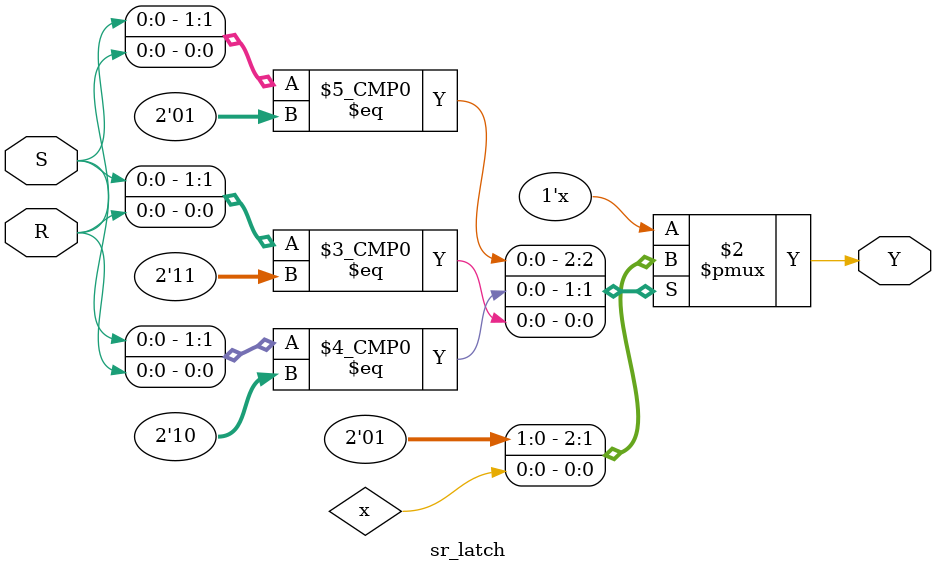
<source format=v>
module sr_latch (
    input S, R, 
    output Y
);

always @ (S or R) begin
    case({S,R}) 
        2'b00: Y <= Y;
        2'b01: Y <= 0;
        2'b10: Y <= 1;
        2'b11: Y <= x;
    endcase
end
    
endmodule
</source>
